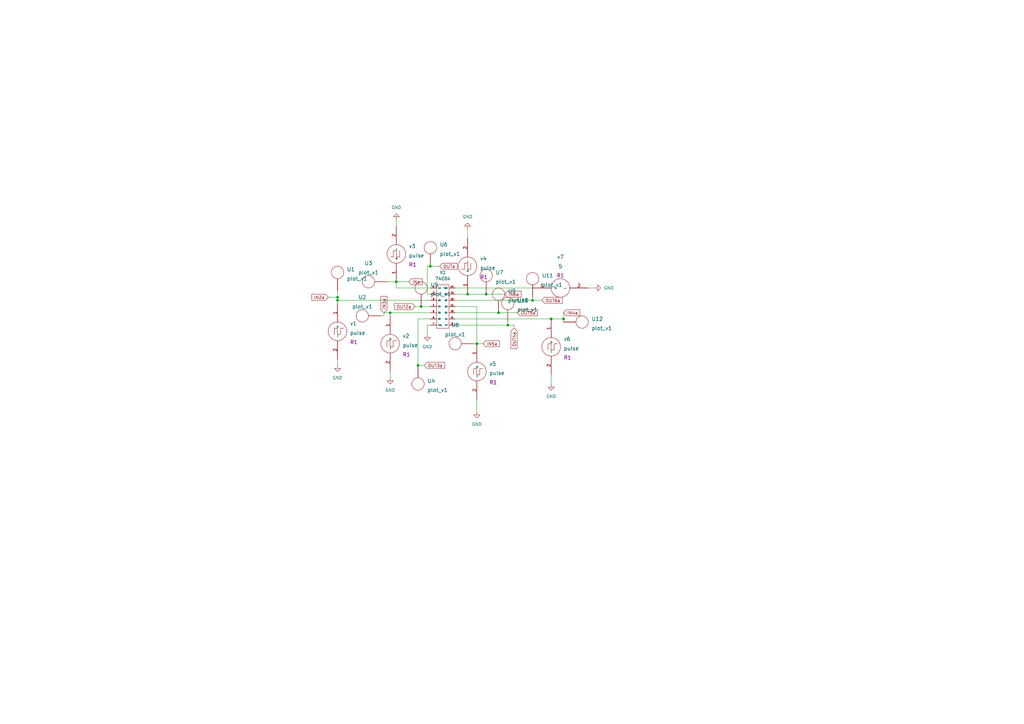
<source format=kicad_sch>
(kicad_sch (version 20211123) (generator eeschema)
  (paper "A3")
  (lib_symbols
    (symbol "eSim_Plot:plot_v1" (pin_names (offset 1.016))
      (property "Reference" "U" (at 0 12.7 0))
      (property "Value" "plot_v1" (at 5.08 8.89 0))
      (symbol "plot_v1_0_1"
        (circle (center 0 12.7) (radius 2.54))
      )
      (symbol "plot_v1_1_1"
        (pin input line (at 0 5.08 90) (length 5.08) (name "~") (number "~"))
      )
    )
    (symbol "eSim_Power:eSim_GND" (power) (pin_names (offset 0))
      (property "Value" "eSim_GND" (at 0 -3.81 0))
      (symbol "eSim_GND_0_1"
        (polyline (pts (xy 0 0) (xy 0 -1.27) (xy 1.27 -1.27) (xy 0 -2.54) (xy -1.27 -1.27) (xy 0 -1.27)))
      )
      (symbol "eSim_GND_1_1"
        (pin power_in line (at 0 0 270) (length 0) hide (name "GND") (number "1"))
      )
    )
    (symbol "eSim_Sources:DC" (pin_names (offset 1.016))
      (property "Reference" "v" (at -5.08 2.54 0))
      (property "Value" "DC" (at -5.08 -1.27 0))
      (property "Footprint" "R1" (at -7.62 0 0))
      (symbol "DC_0_1"
        (circle (center 0 0) (radius 3.81))
      )
      (symbol "DC_1_1"
        (pin power_out line (at 0 11.43 270) (length 7.62) (name "+") (number "1"))
        (pin power_out line (at 0 -11.43 90) (length 7.62) (name "-") (number "2"))
      )
    )
    (symbol "eSim_Sources:pulse" (pin_names (offset 1.016))
      (property "Reference" "v" (at -5.08 2.54 0))
      (property "Value" "pulse" (at -5.08 -1.27 0))
      (property "Footprint" "R1" (at -7.62 0 0))
      (symbol "pulse_0_1"
        (arc (start -1.27 1.27) (mid -1.3491 0) (end -1.27 -1.27))
        (arc (start 0 -1.27) (mid 0.635 -1.2876) (end 1.27 -1.27))
        (circle (center 0 0) (radius 3.81))
        (arc (start 0 1.27) (mid -0.635 1.2859) (end -1.27 1.27))
        (arc (start 0 1.27) (mid -0.0703 0) (end 0 -1.27))
        (arc (start 1.27 1.27) (mid 1.2124 0) (end 1.27 -1.27))
        (arc (start 1.27 1.27) (mid 1.905 1.2556) (end 2.54 1.27))
      )
      (symbol "pulse_1_1"
        (pin passive line (at 0 11.43 270) (length 7.62) (name "+") (number "1"))
        (pin passive line (at 0 -11.43 90) (length 7.62) (name "-") (number "2"))
      )
    )
    (symbol "eSim_Subckt:74C04"
      (property "Reference" "X" (at 0 3.81 90))
      (property "Value" "74C04" (at 0 -1.27 90))
      (symbol "74C04_0_1"
        (rectangle (start 2.54 8.89) (end -2.54 -8.89))
      )
      (symbol "74C04_1_1"
        (pin input line (at -5.08 7.62 0) (length 2.54) (name "1A") (number "1"))
        (pin output line (at 5.08 -2.54 180) (length 2.54) (name "5Y") (number "10"))
        (pin input line (at 5.08 0 180) (length 2.54) (name "5A") (number "11"))
        (pin output line (at 5.08 2.54 180) (length 2.54) (name "6Y") (number "12"))
        (pin input line (at 5.08 5.08 180) (length 2.54) (name "6A") (number "13"))
        (pin power_in line (at 5.08 7.62 180) (length 2.54) (name "Vdd") (number "14"))
        (pin output line (at -5.08 5.08 0) (length 2.54) (name "1Y") (number "2"))
        (pin input line (at -5.08 2.54 0) (length 2.54) (name "2A") (number "3"))
        (pin output line (at -5.08 0 0) (length 2.54) (name "2Y") (number "4"))
        (pin input line (at -5.08 -2.54 0) (length 2.54) (name "3A") (number "5"))
        (pin output line (at -5.08 -5.08 0) (length 2.54) (name "3Y") (number "6"))
        (pin power_in line (at -5.08 -7.62 0) (length 2.54) (name "Vss") (number "7"))
        (pin output line (at 5.08 -7.62 180) (length 2.54) (name "4Y") (number "8"))
        (pin input line (at 5.08 -5.08 180) (length 2.54) (name "4A") (number "9"))
      )
    )
  )
  (junction (at 191.77 120.65))
  (junction (at 218.44 123.19))
  (junction (at 195.58 140.97))
  (junction (at 171.45 149.86))
  (junction (at 199.39 120.65))
  (junction (at 226.06 130.81))
  (junction (at 176.53 109.22))
  (junction (at 172.72 125.73))
  (junction (at 138.43 121.92))
  (junction (at 208.28 133.35))
  (junction (at 160.02 128.27))
  (junction (at 162.56 115.57))
  (junction (at 231.14 130.81))
  (junction (at 138.43 123.19))
  (junction (at 204.47 128.27))
  (wire (pts (xy 208.28 133.35) (xy 186.69 133.35)))
  (wire (pts (xy 157.48 128.27) (xy 160.02 128.27)))
  (wire (pts (xy 186.69 123.19) (xy 218.44 123.19)))
  (wire (pts (xy 175.26 133.35) (xy 176.53 133.35)))
  (wire (pts (xy 204.47 128.27) (xy 212.09 128.27)))
  (wire (pts (xy 191.77 93.98) (xy 191.77 97.79)))
  (wire (pts (xy 138.43 123.19) (xy 176.53 123.19)))
  (wire (pts (xy 171.45 149.86) (xy 173.99 149.86)))
  (wire (pts (xy 199.39 120.65) (xy 207.01 120.65)))
  (wire (pts (xy 138.43 119.38) (xy 138.43 121.92)))
  (wire (pts (xy 176.53 109.22) (xy 175.26 109.22)))
  (wire (pts (xy 162.56 115.57) (xy 167.64 115.57)))
  (wire (pts (xy 160.02 128.27) (xy 176.53 128.27)))
  (wire (pts (xy 191.77 120.65) (xy 199.39 120.65)))
  (wire (pts (xy 171.45 130.81) (xy 176.53 130.81)))
  (wire (pts (xy 175.26 120.65) (xy 176.53 120.65)))
  (wire (pts (xy 162.56 118.11) (xy 176.53 118.11)))
  (wire (pts (xy 231.14 130.81) (xy 231.14 132.08)))
  (wire (pts (xy 162.56 115.57) (xy 162.56 118.11)))
  (wire (pts (xy 160.02 128.27) (xy 160.02 129.54)))
  (wire (pts (xy 226.06 153.67) (xy 226.06 157.48)))
  (wire (pts (xy 218.44 123.19) (xy 222.25 123.19)))
  (wire (pts (xy 195.58 140.97) (xy 198.12 140.97)))
  (wire (pts (xy 172.72 125.73) (xy 176.53 125.73)))
  (wire (pts (xy 134.62 121.92) (xy 138.43 121.92)))
  (wire (pts (xy 176.53 109.22) (xy 180.34 109.22)))
  (wire (pts (xy 175.26 137.16) (xy 175.26 133.35)))
  (wire (pts (xy 208.28 132.08) (xy 208.28 133.35)))
  (wire (pts (xy 241.3 118.11) (xy 243.84 118.11)))
  (wire (pts (xy 231.14 128.27) (xy 231.14 130.81)))
  (wire (pts (xy 156.21 129.54) (xy 157.48 129.54)))
  (wire (pts (xy 210.82 134.62) (xy 210.82 133.35)))
  (wire (pts (xy 195.58 163.83) (xy 195.58 168.91)))
  (wire (pts (xy 186.69 120.65) (xy 191.77 120.65)))
  (wire (pts (xy 138.43 147.32) (xy 138.43 149.86)))
  (wire (pts (xy 186.69 118.11) (xy 218.44 118.11)))
  (wire (pts (xy 195.58 125.73) (xy 186.69 125.73)))
  (wire (pts (xy 218.44 121.92) (xy 218.44 123.19)))
  (wire (pts (xy 186.69 128.27) (xy 204.47 128.27)))
  (wire (pts (xy 160.02 152.4) (xy 160.02 154.94)))
  (wire (pts (xy 175.26 109.22) (xy 175.26 120.65)))
  (wire (pts (xy 158.75 115.57) (xy 162.56 115.57)))
  (wire (pts (xy 195.58 140.97) (xy 195.58 125.73)))
  (wire (pts (xy 171.45 149.86) (xy 171.45 130.81)))
  (wire (pts (xy 138.43 124.46) (xy 138.43 123.19)))
  (wire (pts (xy 210.82 133.35) (xy 208.28 133.35)))
  (wire (pts (xy 162.56 90.17) (xy 162.56 92.71)))
  (wire (pts (xy 157.48 128.27) (xy 157.48 129.54)))
  (wire (pts (xy 186.69 130.81) (xy 226.06 130.81)))
  (wire (pts (xy 231.14 130.81) (xy 226.06 130.81)))
  (wire (pts (xy 194.31 140.97) (xy 195.58 140.97)))
  (wire (pts (xy 138.43 121.92) (xy 138.43 123.19)))
  (wire (pts (xy 170.18 125.73) (xy 172.72 125.73)))
  (global_label "OUT4a" (shape input) (at 210.82 134.62 270) (property "Intersheet References" "${INTERSHEET_REFS}" (effects hide)))
  (global_label "IN3a" (shape input) (at 157.48 128.27 90) (property "Intersheet References" "${INTERSHEET_REFS}" (effects hide)))
  (global_label "IN6a" (shape input) (at 207.01 120.65 0) (property "Intersheet References" "${INTERSHEET_REFS}" (effects hide)))
  (global_label "IN4a" (shape input) (at 231.14 128.27 0) (property "Intersheet References" "${INTERSHEET_REFS}" (effects hide)))
  (global_label "INa" (shape input) (at 167.64 115.57 0) (property "Intersheet References" "${INTERSHEET_REFS}" (effects hide)))
  (global_label "IN5a" (shape input) (at 198.12 140.97 0) (property "Intersheet References" "${INTERSHEET_REFS}" (effects hide)))
  (global_label "OUT6a" (shape input) (at 222.25 123.19 0) (property "Intersheet References" "${INTERSHEET_REFS}" (effects hide)))
  (global_label "OUTa" (shape input) (at 180.34 109.22 0) (property "Intersheet References" "${INTERSHEET_REFS}" (effects hide)))
  (global_label "IN2a" (shape input) (at 134.62 121.92 180) (property "Intersheet References" "${INTERSHEET_REFS}" (effects hide)))
  (global_label "OUT2a" (shape input) (at 170.18 125.73 180) (property "Intersheet References" "${INTERSHEET_REFS}" (effects hide)))
  (global_label "OUT3a" (shape input) (at 173.99 149.86 0) (property "Intersheet References" "${INTERSHEET_REFS}" (effects hide)))
  (global_label "OUT5a" (shape input) (at 212.09 128.27 0) (property "Intersheet References" "${INTERSHEET_REFS}" (effects hide)))
  (symbol (lib_id "eSim_Power:eSim_GND") (at 226.06 157.48 0) (unit 1)
    (property "Reference" "#PWR07" (effects hide))
    (property "Value" "eSim_GND" (at 226.06 162.56 0))
  )
  (symbol (lib_id "eSim_Plot:plot_v1") (at 171.45 144.78 180) (unit 1)
    (property "Reference" "U4" (at 175.26 156.21 0) (effects (font (size 1.524 1.524)) (justify right)))
    (property "Value" "plot_v1" (at 175.26 160.02 0) (effects (font (size 1.524 1.524)) (justify right)))
  )
  (symbol (lib_id "eSim_Power:eSim_GND") (at 195.58 168.91 0) (unit 1)
    (property "Reference" "#PWR06" (effects hide))
    (property "Value" "eSim_GND" (at 195.58 173.99 0))
  )
  (symbol (lib_id "eSim_Plot:plot_v1") (at 204.47 133.35 0) (unit 1)
    (property "Reference" "U9" (at 208.28 119.38 0) (effects (font (size 1.524 1.524)) (justify left)))
    (property "Value" "plot_v1" (at 208.28 123.19 0) (effects (font (size 1.524 1.524)) (justify left)))
  )
  (symbol (lib_id "eSim_Plot:plot_v1") (at 172.72 130.81 0) (unit 1)
    (property "Reference" "U5" (at 176.53 116.84 0) (effects (font (size 1.524 1.524)) (justify left)))
    (property "Value" "plot_v1" (at 176.53 120.65 0) (effects (font (size 1.524 1.524)) (justify left)))
  )
  (symbol (lib_id "eSim_Power:eSim_GND") (at 138.43 149.86 0) (unit 1)
    (property "Reference" "#PWR01" (effects hide))
    (property "Value" "eSim_GND" (at 138.43 154.94 0))
  )
  (symbol (lib_id "eSim_Sources:pulse") (at 138.43 135.89 0) (unit 1)
    (property "Reference" "v1" (at 143.51 132.715 0) (effects (font (size 1.524 1.524)) (justify left)))
    (property "Value" "pulse" (at 143.51 136.525 0) (effects (font (size 1.524 1.524)) (justify left)))
    (property "Footprint" "R1" (at 143.51 140.335 0) (effects (font (size 1.524 1.524)) (justify left)))
  )
  (symbol (lib_id "eSim_Plot:plot_v1") (at 138.43 124.46 0) (unit 1)
    (property "Reference" "U1" (at 142.24 110.49 0) (effects (font (size 1.524 1.524)) (justify left)))
    (property "Value" "plot_v1" (at 142.24 114.3 0) (effects (font (size 1.524 1.524)) (justify left)))
  )
  (symbol (lib_id "eSim_Sources:pulse") (at 226.06 142.24 0) (unit 1)
    (property "Reference" "v6" (at 231.14 139.065 0) (effects (font (size 1.524 1.524)) (justify left)))
    (property "Value" "pulse" (at 231.14 142.875 0) (effects (font (size 1.524 1.524)) (justify left)))
    (property "Footprint" "R1" (at 231.14 146.685 0) (effects (font (size 1.524 1.524)) (justify left)))
  )
  (symbol (lib_id "eSim_Power:eSim_GND") (at 243.84 118.11 90) (unit 1)
    (property "Reference" "#PWR08" (effects hide))
    (property "Value" "eSim_GND" (at 247.65 118.1099 90) (effects (justify right)))
  )
  (symbol (lib_id "eSim_Plot:plot_v1") (at 176.53 114.3 0) (unit 1)
    (property "Reference" "U6" (at 180.34 100.33 0) (effects (font (size 1.524 1.524)) (justify left)))
    (property "Value" "plot_v1" (at 180.34 104.14 0) (effects (font (size 1.524 1.524)) (justify left)))
  )
  (symbol (lib_id "eSim_Sources:pulse") (at 195.58 152.4 0) (unit 1)
    (property "Reference" "v5" (at 200.66 149.225 0) (effects (font (size 1.524 1.524)) (justify left)))
    (property "Value" "pulse" (at 200.66 153.035 0) (effects (font (size 1.524 1.524)) (justify left)))
    (property "Footprint" "R1" (at 200.66 156.845 0) (effects (font (size 1.524 1.524)) (justify left)))
  )
  (symbol (lib_id "eSim_Plot:plot_v1") (at 208.28 137.16 0) (unit 1)
    (property "Reference" "U10" (at 212.09 123.19 0) (effects (font (size 1.524 1.524)) (justify left)))
    (property "Value" "plot_v1" (at 212.09 127 0) (effects (font (size 1.524 1.524)) (justify left)))
  )
  (symbol (lib_id "eSim_Plot:plot_v1") (at 218.44 127 0) (unit 1)
    (property "Reference" "U11" (at 222.25 113.03 0) (effects (font (size 1.524 1.524)) (justify left)))
    (property "Value" "plot_v1" (at 222.25 116.84 0) (effects (font (size 1.524 1.524)) (justify left)))
  )
  (symbol (lib_id "eSim_Plot:plot_v1") (at 199.39 140.97 90) (unit 1)
    (property "Reference" "U8" (at 186.69 133.35 90) (effects (font (size 1.524 1.524))))
    (property "Value" "plot_v1" (at 186.69 137.16 90) (effects (font (size 1.524 1.524))))
  )
  (symbol (lib_id "eSim_Power:eSim_GND") (at 162.56 90.17 180) (unit 1)
    (property "Reference" "#PWR03" (effects hide))
    (property "Value" "eSim_GND" (at 162.56 85.09 0))
  )
  (symbol (lib_id "eSim_Power:eSim_GND") (at 175.26 137.16 0) (unit 1)
    (property "Reference" "#PWR04" (effects hide))
    (property "Value" "eSim_GND" (at 175.26 142.24 0))
  )
  (symbol (lib_id "eSim_Sources:pulse") (at 160.02 140.97 0) (unit 1)
    (property "Reference" "v2" (at 165.1 137.795 0) (effects (font (size 1.524 1.524)) (justify left)))
    (property "Value" "pulse" (at 165.1 141.605 0) (effects (font (size 1.524 1.524)) (justify left)))
    (property "Footprint" "R1" (at 165.1 145.415 0) (effects (font (size 1.524 1.524)) (justify left)))
  )
  (symbol (lib_id "eSim_Plot:plot_v1") (at 163.83 115.57 90) (unit 1)
    (property "Reference" "U3" (at 151.13 107.95 90) (effects (font (size 1.524 1.524))))
    (property "Value" "plot_v1" (at 151.13 111.76 90) (effects (font (size 1.524 1.524))))
  )
  (symbol (lib_id "eSim_Plot:plot_v1") (at 226.06 132.08 270) (unit 1)
    (property "Reference" "U12" (at 242.57 130.81 90) (effects (font (size 1.524 1.524)) (justify left)))
    (property "Value" "plot_v1" (at 242.57 134.62 90) (effects (font (size 1.524 1.524)) (justify left)))
  )
  (symbol (lib_id "eSim_Power:eSim_GND") (at 160.02 154.94 0) (unit 1)
    (property "Reference" "#PWR02" (effects hide))
    (property "Value" "eSim_GND" (at 160.02 160.02 0))
  )
  (symbol (lib_id "eSim_Subckt:74C04") (at 181.61 125.73 0) (unit 1)
    (property "Reference" "X1" (at 181.61 111.76 0))
    (property "Value" "74C04" (at 181.61 114.3 0))
  )
  (symbol (lib_id "eSim_Power:eSim_GND") (at 191.77 93.98 180) (unit 1)
    (property "Reference" "#PWR05" (effects hide))
    (property "Value" "eSim_GND" (at 191.77 88.9 0))
  )
  (symbol (lib_id "eSim_Plot:plot_v1") (at 161.29 129.54 90) (unit 1)
    (property "Reference" "U2" (at 148.59 121.92 90) (effects (font (size 1.524 1.524))))
    (property "Value" "plot_v1" (at 148.59 125.73 90) (effects (font (size 1.524 1.524))))
  )
  (symbol (lib_id "eSim_Plot:plot_v1") (at 199.39 125.73 0) (unit 1)
    (property "Reference" "U7" (at 203.2 111.76 0) (effects (font (size 1.524 1.524)) (justify left)))
    (property "Value" "plot_v1" (at 203.2 115.57 0) (effects (font (size 1.524 1.524)) (justify left)))
  )
  (symbol (lib_id "eSim_Sources:pulse") (at 191.77 109.22 180) (unit 1)
    (property "Reference" "v4" (at 196.85 106.045 0) (effects (font (size 1.524 1.524)) (justify right)))
    (property "Value" "pulse" (at 196.85 109.855 0) (effects (font (size 1.524 1.524)) (justify right)))
    (property "Footprint" "R1" (at 196.85 113.665 0) (effects (font (size 1.524 1.524)) (justify right)))
  )
  (symbol (lib_id "eSim_Sources:pulse") (at 162.56 104.14 180) (unit 1)
    (property "Reference" "v3" (at 167.64 100.965 0) (effects (font (size 1.524 1.524)) (justify right)))
    (property "Value" "pulse" (at 167.64 104.775 0) (effects (font (size 1.524 1.524)) (justify right)))
    (property "Footprint" "R1" (at 167.64 108.585 0) (effects (font (size 1.524 1.524)) (justify right)))
  )
  (symbol (lib_id "eSim_Sources:DC") (at 229.87 118.11 90) (unit 1)
    (property "Reference" "v7" (at 229.87 105.41 90) (effects (font (size 1.524 1.524))))
    (property "Value" "5" (at 229.87 109.22 90) (effects (font (size 1.524 1.524))))
    (property "Footprint" "R1" (at 229.87 113.03 90) (effects (font (size 1.524 1.524))))
  )
)
</source>
